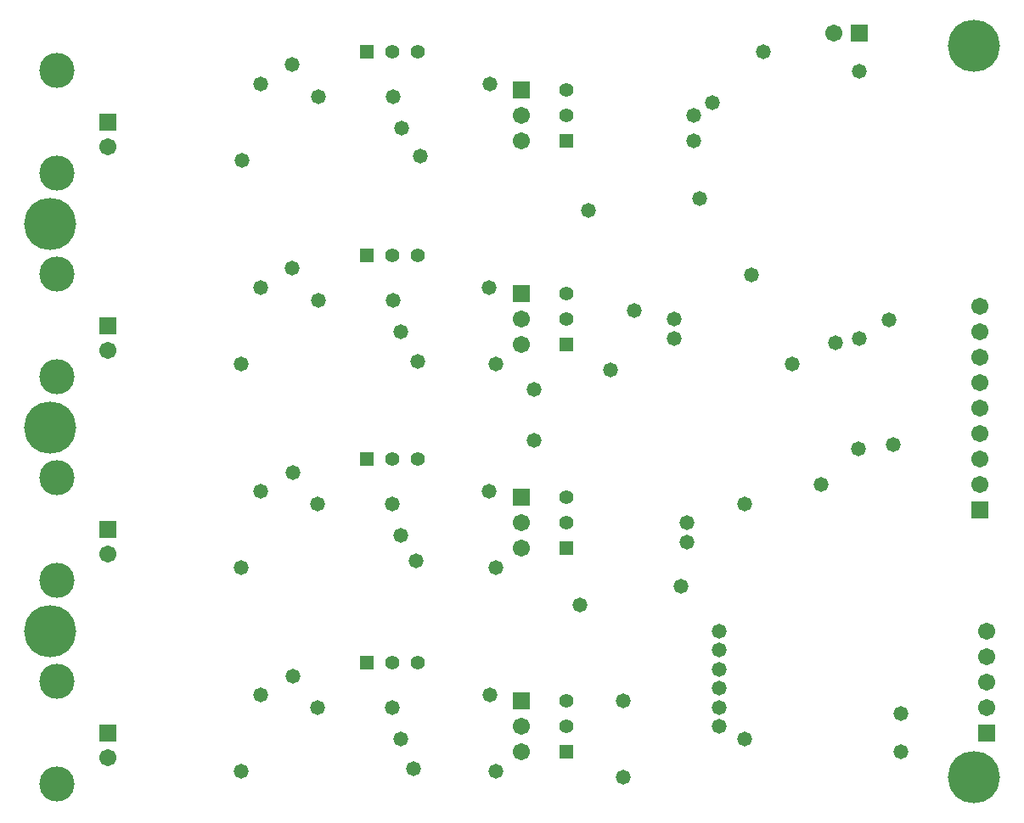
<source format=gbs>
G04 Layer_Color=16711935*
%FSLAX25Y25*%
%MOIN*%
G70*
G01*
G75*
%ADD61R,0.05524X0.05524*%
%ADD62C,0.05524*%
%ADD63R,0.06706X0.06706*%
%ADD64C,0.06706*%
%ADD65C,0.13792*%
%ADD66R,0.05524X0.05524*%
%ADD67R,0.06706X0.06706*%
%ADD68C,0.05800*%
%ADD69C,0.20485*%
D61*
X249272Y317500D02*
D03*
Y397500D02*
D03*
Y237500D02*
D03*
X249272Y157500D02*
D03*
D62*
X259272Y317500D02*
D03*
X269272D02*
D03*
X259272Y397500D02*
D03*
X269272D02*
D03*
X259272Y237500D02*
D03*
X269272D02*
D03*
X269272Y157500D02*
D03*
X259272D02*
D03*
X327500Y142500D02*
D03*
Y132500D02*
D03*
Y212500D02*
D03*
Y222500D02*
D03*
Y292500D02*
D03*
Y302500D02*
D03*
Y372500D02*
D03*
Y382500D02*
D03*
D63*
X147500Y130000D02*
D03*
Y210000D02*
D03*
Y290000D02*
D03*
Y370000D02*
D03*
X442500Y405000D02*
D03*
D64*
X147500Y120158D02*
D03*
Y200157D02*
D03*
Y280157D02*
D03*
Y360157D02*
D03*
X310000Y212500D02*
D03*
Y202500D02*
D03*
Y122500D02*
D03*
Y132500D02*
D03*
Y372500D02*
D03*
Y362500D02*
D03*
Y292500D02*
D03*
Y282500D02*
D03*
X490000Y237500D02*
D03*
Y247500D02*
D03*
Y257500D02*
D03*
Y267500D02*
D03*
Y277500D02*
D03*
Y287500D02*
D03*
Y297500D02*
D03*
Y227500D02*
D03*
X492500Y170000D02*
D03*
Y160000D02*
D03*
Y150000D02*
D03*
Y140000D02*
D03*
X432500Y405000D02*
D03*
D65*
X127421Y109921D02*
D03*
Y150079D02*
D03*
Y189921D02*
D03*
Y230079D02*
D03*
Y269921D02*
D03*
Y310079D02*
D03*
Y349921D02*
D03*
Y390079D02*
D03*
D66*
X327500Y122500D02*
D03*
Y202500D02*
D03*
Y282500D02*
D03*
Y362500D02*
D03*
D67*
X310000Y222500D02*
D03*
Y142500D02*
D03*
Y382500D02*
D03*
Y302500D02*
D03*
X490000Y217500D02*
D03*
X492500Y130000D02*
D03*
D68*
X427500Y227500D02*
D03*
X220256Y152244D02*
D03*
Y232244D02*
D03*
X220000Y312500D02*
D03*
X200335Y354921D02*
D03*
X220000Y392500D02*
D03*
X350000Y112500D02*
D03*
X259272Y220000D02*
D03*
X262835Y367421D02*
D03*
X230335Y379921D02*
D03*
X259606D02*
D03*
X270335Y356693D02*
D03*
X262579Y287421D02*
D03*
X207579Y304921D02*
D03*
X230079Y299921D02*
D03*
X259350D02*
D03*
X230000Y220000D02*
D03*
X262500Y207500D02*
D03*
X350000Y142500D02*
D03*
X259272Y140000D02*
D03*
X230000D02*
D03*
X207500Y385000D02*
D03*
X200000Y275000D02*
D03*
Y115000D02*
D03*
X262500Y127500D02*
D03*
X375000Y212500D02*
D03*
X387500Y162500D02*
D03*
Y170000D02*
D03*
Y155000D02*
D03*
Y147500D02*
D03*
Y140000D02*
D03*
Y132500D02*
D03*
X300000Y115000D02*
D03*
X332756Y180256D02*
D03*
X372500Y187500D02*
D03*
X405000Y397500D02*
D03*
X442500Y390000D02*
D03*
X397500Y127500D02*
D03*
X297244Y224744D02*
D03*
X315000Y245000D02*
D03*
X297500Y145000D02*
D03*
X297244Y304744D02*
D03*
X297500Y385000D02*
D03*
X375000Y205000D02*
D03*
X269114Y275886D02*
D03*
X442500Y285000D02*
D03*
X354095Y295905D02*
D03*
X300000Y275000D02*
D03*
X397500Y220000D02*
D03*
X370000Y292500D02*
D03*
Y285000D02*
D03*
X345000Y272500D02*
D03*
X315000Y265000D02*
D03*
X300000Y195000D02*
D03*
X400256Y309744D02*
D03*
X380000Y340000D02*
D03*
X377500Y372500D02*
D03*
Y362500D02*
D03*
X268543Y197500D02*
D03*
X267500Y116043D02*
D03*
X385000Y377500D02*
D03*
X454244Y292244D02*
D03*
X336244Y335256D02*
D03*
X455800Y243300D02*
D03*
X442100Y241600D02*
D03*
X433200Y283300D02*
D03*
X416100Y274900D02*
D03*
X458700Y137500D02*
D03*
X458900Y122500D02*
D03*
X207500Y225000D02*
D03*
Y145000D02*
D03*
X200000Y195000D02*
D03*
D69*
X487500Y112500D02*
D03*
Y400000D02*
D03*
X125000Y170000D02*
D03*
Y250000D02*
D03*
Y330000D02*
D03*
M02*

</source>
